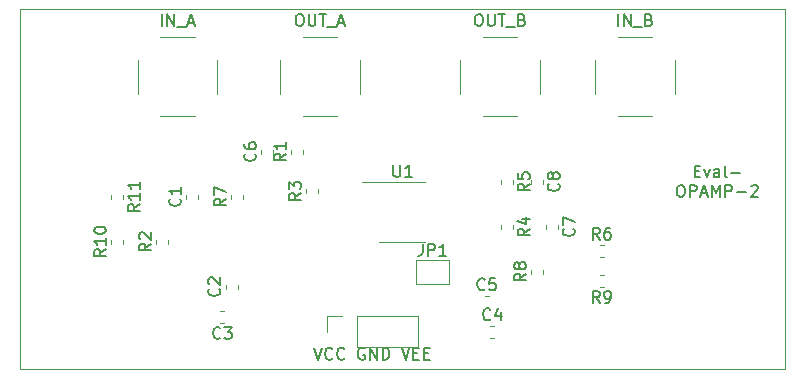
<source format=gbr>
G04 #@! TF.GenerationSoftware,KiCad,Pcbnew,(5.1.2)-2*
G04 #@! TF.CreationDate,2019-07-06T17:28:44+08:00*
G04 #@! TF.ProjectId,ADA4522,41444134-3532-4322-9e6b-696361645f70,rev?*
G04 #@! TF.SameCoordinates,Original*
G04 #@! TF.FileFunction,Legend,Top*
G04 #@! TF.FilePolarity,Positive*
%FSLAX46Y46*%
G04 Gerber Fmt 4.6, Leading zero omitted, Abs format (unit mm)*
G04 Created by KiCad (PCBNEW (5.1.2)-2) date 2019-07-06 17:28:44*
%MOMM*%
%LPD*%
G04 APERTURE LIST*
%ADD10C,0.150000*%
%ADD11C,0.120000*%
G04 APERTURE END LIST*
D10*
X172061428Y-80383571D02*
X172394761Y-80383571D01*
X172537619Y-80907380D02*
X172061428Y-80907380D01*
X172061428Y-79907380D01*
X172537619Y-79907380D01*
X172870952Y-80240714D02*
X173109047Y-80907380D01*
X173347142Y-80240714D01*
X174156666Y-80907380D02*
X174156666Y-80383571D01*
X174109047Y-80288333D01*
X174013809Y-80240714D01*
X173823333Y-80240714D01*
X173728095Y-80288333D01*
X174156666Y-80859761D02*
X174061428Y-80907380D01*
X173823333Y-80907380D01*
X173728095Y-80859761D01*
X173680476Y-80764523D01*
X173680476Y-80669285D01*
X173728095Y-80574047D01*
X173823333Y-80526428D01*
X174061428Y-80526428D01*
X174156666Y-80478809D01*
X174775714Y-80907380D02*
X174680476Y-80859761D01*
X174632857Y-80764523D01*
X174632857Y-79907380D01*
X175156666Y-80526428D02*
X175918571Y-80526428D01*
X170799523Y-81557380D02*
X170990000Y-81557380D01*
X171085238Y-81605000D01*
X171180476Y-81700238D01*
X171228095Y-81890714D01*
X171228095Y-82224047D01*
X171180476Y-82414523D01*
X171085238Y-82509761D01*
X170990000Y-82557380D01*
X170799523Y-82557380D01*
X170704285Y-82509761D01*
X170609047Y-82414523D01*
X170561428Y-82224047D01*
X170561428Y-81890714D01*
X170609047Y-81700238D01*
X170704285Y-81605000D01*
X170799523Y-81557380D01*
X171656666Y-82557380D02*
X171656666Y-81557380D01*
X172037619Y-81557380D01*
X172132857Y-81605000D01*
X172180476Y-81652619D01*
X172228095Y-81747857D01*
X172228095Y-81890714D01*
X172180476Y-81985952D01*
X172132857Y-82033571D01*
X172037619Y-82081190D01*
X171656666Y-82081190D01*
X172609047Y-82271666D02*
X173085238Y-82271666D01*
X172513809Y-82557380D02*
X172847142Y-81557380D01*
X173180476Y-82557380D01*
X173513809Y-82557380D02*
X173513809Y-81557380D01*
X173847142Y-82271666D01*
X174180476Y-81557380D01*
X174180476Y-82557380D01*
X174656666Y-82557380D02*
X174656666Y-81557380D01*
X175037619Y-81557380D01*
X175132857Y-81605000D01*
X175180476Y-81652619D01*
X175228095Y-81747857D01*
X175228095Y-81890714D01*
X175180476Y-81985952D01*
X175132857Y-82033571D01*
X175037619Y-82081190D01*
X174656666Y-82081190D01*
X175656666Y-82176428D02*
X176418571Y-82176428D01*
X176847142Y-81652619D02*
X176894761Y-81605000D01*
X176990000Y-81557380D01*
X177228095Y-81557380D01*
X177323333Y-81605000D01*
X177370952Y-81652619D01*
X177418571Y-81747857D01*
X177418571Y-81843095D01*
X177370952Y-81985952D01*
X176799523Y-82557380D01*
X177418571Y-82557380D01*
D11*
X114935000Y-66675000D02*
X114935000Y-67310000D01*
X115570000Y-66675000D02*
X114935000Y-66675000D01*
X179705000Y-66675000D02*
X179705000Y-67310000D01*
X179070000Y-66675000D02*
X179705000Y-66675000D01*
X179705000Y-97155000D02*
X179705000Y-96520000D01*
X179070000Y-97155000D02*
X179705000Y-97155000D01*
X114935000Y-97155000D02*
X114935000Y-96520000D01*
X115570000Y-97155000D02*
X114935000Y-97155000D01*
X179070000Y-66675000D02*
X115570000Y-66675000D01*
X179705000Y-96520000D02*
X179705000Y-67310000D01*
X115570000Y-97155000D02*
X179070000Y-97155000D01*
X114935000Y-67310000D02*
X114935000Y-96520000D01*
X165555000Y-69035000D02*
X168455000Y-69035000D01*
X165555000Y-75745000D02*
X168455000Y-75745000D01*
X170360000Y-70940000D02*
X170360000Y-73840000D01*
X163650000Y-70940000D02*
X163650000Y-73840000D01*
X148460000Y-87900000D02*
X151260000Y-87900000D01*
X151260000Y-87900000D02*
X151260000Y-89900000D01*
X151260000Y-89900000D02*
X148460000Y-89900000D01*
X148460000Y-89900000D02*
X148460000Y-87900000D01*
X130050000Y-82712779D02*
X130050000Y-82387221D01*
X129030000Y-82712779D02*
X129030000Y-82387221D01*
X133377500Y-90332779D02*
X133377500Y-90007221D01*
X132357500Y-90332779D02*
X132357500Y-90007221D01*
X132242779Y-93220000D02*
X131917221Y-93220000D01*
X132242779Y-92200000D02*
X131917221Y-92200000D01*
X154777221Y-94490000D02*
X155102779Y-94490000D01*
X154777221Y-93470000D02*
X155102779Y-93470000D01*
X154294721Y-90930000D02*
X154620279Y-90930000D01*
X154294721Y-91950000D02*
X154620279Y-91950000D01*
X135380000Y-78902779D02*
X135380000Y-78577221D01*
X136400000Y-78902779D02*
X136400000Y-78577221D01*
X159510000Y-84927221D02*
X159510000Y-85252779D01*
X160530000Y-84927221D02*
X160530000Y-85252779D01*
X159260000Y-81117221D02*
X159260000Y-81442779D01*
X158240000Y-81117221D02*
X158240000Y-81442779D01*
X126820000Y-69035000D02*
X129720000Y-69035000D01*
X126820000Y-75745000D02*
X129720000Y-75745000D01*
X131625000Y-70940000D02*
X131625000Y-73840000D01*
X124915000Y-70940000D02*
X124915000Y-73840000D01*
X136980000Y-70940000D02*
X136980000Y-73840000D01*
X143690000Y-70940000D02*
X143690000Y-73840000D01*
X138885000Y-75745000D02*
X141785000Y-75745000D01*
X138885000Y-69035000D02*
X141785000Y-69035000D01*
X143510000Y-95310000D02*
X143510000Y-92650000D01*
X143510000Y-95310000D02*
X148650000Y-95310000D01*
X148650000Y-95310000D02*
X148650000Y-92650000D01*
X143510000Y-92650000D02*
X148650000Y-92650000D01*
X140910000Y-92650000D02*
X142240000Y-92650000D01*
X140910000Y-93980000D02*
X140910000Y-92650000D01*
X152220000Y-70940000D02*
X152220000Y-73840000D01*
X158930000Y-70940000D02*
X158930000Y-73840000D01*
X154125000Y-75745000D02*
X157025000Y-75745000D01*
X154125000Y-69035000D02*
X157025000Y-69035000D01*
X138940000Y-78902779D02*
X138940000Y-78577221D01*
X137920000Y-78902779D02*
X137920000Y-78577221D01*
X126490000Y-86522779D02*
X126490000Y-86197221D01*
X127510000Y-86522779D02*
X127510000Y-86197221D01*
X140210000Y-82230279D02*
X140210000Y-81904721D01*
X139190000Y-82230279D02*
X139190000Y-81904721D01*
X156720000Y-84927221D02*
X156720000Y-85252779D01*
X155700000Y-84927221D02*
X155700000Y-85252779D01*
X155700000Y-81117221D02*
X155700000Y-81442779D01*
X156720000Y-81117221D02*
X156720000Y-81442779D01*
X164032222Y-87665001D02*
X164357780Y-87665001D01*
X164032222Y-86645001D02*
X164357780Y-86645001D01*
X132840000Y-82712779D02*
X132840000Y-82387221D01*
X133860000Y-82712779D02*
X133860000Y-82387221D01*
X158240000Y-89062779D02*
X158240000Y-88737221D01*
X159260000Y-89062779D02*
X159260000Y-88737221D01*
X164357780Y-89155001D02*
X164032222Y-89155001D01*
X164357780Y-90175001D02*
X164032222Y-90175001D01*
X122680000Y-86522779D02*
X122680000Y-86197221D01*
X123700000Y-86522779D02*
X123700000Y-86197221D01*
X123700000Y-82387221D02*
X123700000Y-82712779D01*
X122680000Y-82387221D02*
X122680000Y-82712779D01*
X147320000Y-86380000D02*
X149270000Y-86380000D01*
X147320000Y-86380000D02*
X145370000Y-86380000D01*
X147320000Y-81260000D02*
X149270000Y-81260000D01*
X147320000Y-81260000D02*
X143870000Y-81260000D01*
D10*
X165600238Y-68092380D02*
X165600238Y-67092380D01*
X166076428Y-68092380D02*
X166076428Y-67092380D01*
X166647857Y-68092380D01*
X166647857Y-67092380D01*
X166885952Y-68187619D02*
X167647857Y-68187619D01*
X168219285Y-67568571D02*
X168362142Y-67616190D01*
X168409761Y-67663809D01*
X168457380Y-67759047D01*
X168457380Y-67901904D01*
X168409761Y-67997142D01*
X168362142Y-68044761D01*
X168266904Y-68092380D01*
X167885952Y-68092380D01*
X167885952Y-67092380D01*
X168219285Y-67092380D01*
X168314523Y-67140000D01*
X168362142Y-67187619D01*
X168409761Y-67282857D01*
X168409761Y-67378095D01*
X168362142Y-67473333D01*
X168314523Y-67520952D01*
X168219285Y-67568571D01*
X167885952Y-67568571D01*
X149026666Y-86552380D02*
X149026666Y-87266666D01*
X148979047Y-87409523D01*
X148883809Y-87504761D01*
X148740952Y-87552380D01*
X148645714Y-87552380D01*
X149502857Y-87552380D02*
X149502857Y-86552380D01*
X149883809Y-86552380D01*
X149979047Y-86600000D01*
X150026666Y-86647619D01*
X150074285Y-86742857D01*
X150074285Y-86885714D01*
X150026666Y-86980952D01*
X149979047Y-87028571D01*
X149883809Y-87076190D01*
X149502857Y-87076190D01*
X151026666Y-87552380D02*
X150455238Y-87552380D01*
X150740952Y-87552380D02*
X150740952Y-86552380D01*
X150645714Y-86695238D01*
X150550476Y-86790476D01*
X150455238Y-86838095D01*
X128467142Y-82716666D02*
X128514761Y-82764285D01*
X128562380Y-82907142D01*
X128562380Y-83002380D01*
X128514761Y-83145238D01*
X128419523Y-83240476D01*
X128324285Y-83288095D01*
X128133809Y-83335714D01*
X127990952Y-83335714D01*
X127800476Y-83288095D01*
X127705238Y-83240476D01*
X127610000Y-83145238D01*
X127562380Y-83002380D01*
X127562380Y-82907142D01*
X127610000Y-82764285D01*
X127657619Y-82716666D01*
X128562380Y-81764285D02*
X128562380Y-82335714D01*
X128562380Y-82050000D02*
X127562380Y-82050000D01*
X127705238Y-82145238D01*
X127800476Y-82240476D01*
X127848095Y-82335714D01*
X131794642Y-90336666D02*
X131842261Y-90384285D01*
X131889880Y-90527142D01*
X131889880Y-90622380D01*
X131842261Y-90765238D01*
X131747023Y-90860476D01*
X131651785Y-90908095D01*
X131461309Y-90955714D01*
X131318452Y-90955714D01*
X131127976Y-90908095D01*
X131032738Y-90860476D01*
X130937500Y-90765238D01*
X130889880Y-90622380D01*
X130889880Y-90527142D01*
X130937500Y-90384285D01*
X130985119Y-90336666D01*
X130985119Y-89955714D02*
X130937500Y-89908095D01*
X130889880Y-89812857D01*
X130889880Y-89574761D01*
X130937500Y-89479523D01*
X130985119Y-89431904D01*
X131080357Y-89384285D01*
X131175595Y-89384285D01*
X131318452Y-89431904D01*
X131889880Y-90003333D01*
X131889880Y-89384285D01*
X131913333Y-94497142D02*
X131865714Y-94544761D01*
X131722857Y-94592380D01*
X131627619Y-94592380D01*
X131484761Y-94544761D01*
X131389523Y-94449523D01*
X131341904Y-94354285D01*
X131294285Y-94163809D01*
X131294285Y-94020952D01*
X131341904Y-93830476D01*
X131389523Y-93735238D01*
X131484761Y-93640000D01*
X131627619Y-93592380D01*
X131722857Y-93592380D01*
X131865714Y-93640000D01*
X131913333Y-93687619D01*
X132246666Y-93592380D02*
X132865714Y-93592380D01*
X132532380Y-93973333D01*
X132675238Y-93973333D01*
X132770476Y-94020952D01*
X132818095Y-94068571D01*
X132865714Y-94163809D01*
X132865714Y-94401904D01*
X132818095Y-94497142D01*
X132770476Y-94544761D01*
X132675238Y-94592380D01*
X132389523Y-94592380D01*
X132294285Y-94544761D01*
X132246666Y-94497142D01*
X154773333Y-92907142D02*
X154725714Y-92954761D01*
X154582857Y-93002380D01*
X154487619Y-93002380D01*
X154344761Y-92954761D01*
X154249523Y-92859523D01*
X154201904Y-92764285D01*
X154154285Y-92573809D01*
X154154285Y-92430952D01*
X154201904Y-92240476D01*
X154249523Y-92145238D01*
X154344761Y-92050000D01*
X154487619Y-92002380D01*
X154582857Y-92002380D01*
X154725714Y-92050000D01*
X154773333Y-92097619D01*
X155630476Y-92335714D02*
X155630476Y-93002380D01*
X155392380Y-91954761D02*
X155154285Y-92669047D01*
X155773333Y-92669047D01*
X154290833Y-90367142D02*
X154243214Y-90414761D01*
X154100357Y-90462380D01*
X154005119Y-90462380D01*
X153862261Y-90414761D01*
X153767023Y-90319523D01*
X153719404Y-90224285D01*
X153671785Y-90033809D01*
X153671785Y-89890952D01*
X153719404Y-89700476D01*
X153767023Y-89605238D01*
X153862261Y-89510000D01*
X154005119Y-89462380D01*
X154100357Y-89462380D01*
X154243214Y-89510000D01*
X154290833Y-89557619D01*
X155195595Y-89462380D02*
X154719404Y-89462380D01*
X154671785Y-89938571D01*
X154719404Y-89890952D01*
X154814642Y-89843333D01*
X155052738Y-89843333D01*
X155147976Y-89890952D01*
X155195595Y-89938571D01*
X155243214Y-90033809D01*
X155243214Y-90271904D01*
X155195595Y-90367142D01*
X155147976Y-90414761D01*
X155052738Y-90462380D01*
X154814642Y-90462380D01*
X154719404Y-90414761D01*
X154671785Y-90367142D01*
X134817142Y-78906666D02*
X134864761Y-78954285D01*
X134912380Y-79097142D01*
X134912380Y-79192380D01*
X134864761Y-79335238D01*
X134769523Y-79430476D01*
X134674285Y-79478095D01*
X134483809Y-79525714D01*
X134340952Y-79525714D01*
X134150476Y-79478095D01*
X134055238Y-79430476D01*
X133960000Y-79335238D01*
X133912380Y-79192380D01*
X133912380Y-79097142D01*
X133960000Y-78954285D01*
X134007619Y-78906666D01*
X133912380Y-78049523D02*
X133912380Y-78240000D01*
X133960000Y-78335238D01*
X134007619Y-78382857D01*
X134150476Y-78478095D01*
X134340952Y-78525714D01*
X134721904Y-78525714D01*
X134817142Y-78478095D01*
X134864761Y-78430476D01*
X134912380Y-78335238D01*
X134912380Y-78144761D01*
X134864761Y-78049523D01*
X134817142Y-78001904D01*
X134721904Y-77954285D01*
X134483809Y-77954285D01*
X134388571Y-78001904D01*
X134340952Y-78049523D01*
X134293333Y-78144761D01*
X134293333Y-78335238D01*
X134340952Y-78430476D01*
X134388571Y-78478095D01*
X134483809Y-78525714D01*
X161807142Y-85256666D02*
X161854761Y-85304285D01*
X161902380Y-85447142D01*
X161902380Y-85542380D01*
X161854761Y-85685238D01*
X161759523Y-85780476D01*
X161664285Y-85828095D01*
X161473809Y-85875714D01*
X161330952Y-85875714D01*
X161140476Y-85828095D01*
X161045238Y-85780476D01*
X160950000Y-85685238D01*
X160902380Y-85542380D01*
X160902380Y-85447142D01*
X160950000Y-85304285D01*
X160997619Y-85256666D01*
X160902380Y-84923333D02*
X160902380Y-84256666D01*
X161902380Y-84685238D01*
X160537142Y-81446666D02*
X160584761Y-81494285D01*
X160632380Y-81637142D01*
X160632380Y-81732380D01*
X160584761Y-81875238D01*
X160489523Y-81970476D01*
X160394285Y-82018095D01*
X160203809Y-82065714D01*
X160060952Y-82065714D01*
X159870476Y-82018095D01*
X159775238Y-81970476D01*
X159680000Y-81875238D01*
X159632380Y-81732380D01*
X159632380Y-81637142D01*
X159680000Y-81494285D01*
X159727619Y-81446666D01*
X160060952Y-80875238D02*
X160013333Y-80970476D01*
X159965714Y-81018095D01*
X159870476Y-81065714D01*
X159822857Y-81065714D01*
X159727619Y-81018095D01*
X159680000Y-80970476D01*
X159632380Y-80875238D01*
X159632380Y-80684761D01*
X159680000Y-80589523D01*
X159727619Y-80541904D01*
X159822857Y-80494285D01*
X159870476Y-80494285D01*
X159965714Y-80541904D01*
X160013333Y-80589523D01*
X160060952Y-80684761D01*
X160060952Y-80875238D01*
X160108571Y-80970476D01*
X160156190Y-81018095D01*
X160251428Y-81065714D01*
X160441904Y-81065714D01*
X160537142Y-81018095D01*
X160584761Y-80970476D01*
X160632380Y-80875238D01*
X160632380Y-80684761D01*
X160584761Y-80589523D01*
X160537142Y-80541904D01*
X160441904Y-80494285D01*
X160251428Y-80494285D01*
X160156190Y-80541904D01*
X160108571Y-80589523D01*
X160060952Y-80684761D01*
X126936666Y-68092380D02*
X126936666Y-67092380D01*
X127412857Y-68092380D02*
X127412857Y-67092380D01*
X127984285Y-68092380D01*
X127984285Y-67092380D01*
X128222380Y-68187619D02*
X128984285Y-68187619D01*
X129174761Y-67806666D02*
X129650952Y-67806666D01*
X129079523Y-68092380D02*
X129412857Y-67092380D01*
X129746190Y-68092380D01*
X138525476Y-67092380D02*
X138715952Y-67092380D01*
X138811190Y-67140000D01*
X138906428Y-67235238D01*
X138954047Y-67425714D01*
X138954047Y-67759047D01*
X138906428Y-67949523D01*
X138811190Y-68044761D01*
X138715952Y-68092380D01*
X138525476Y-68092380D01*
X138430238Y-68044761D01*
X138335000Y-67949523D01*
X138287380Y-67759047D01*
X138287380Y-67425714D01*
X138335000Y-67235238D01*
X138430238Y-67140000D01*
X138525476Y-67092380D01*
X139382619Y-67092380D02*
X139382619Y-67901904D01*
X139430238Y-67997142D01*
X139477857Y-68044761D01*
X139573095Y-68092380D01*
X139763571Y-68092380D01*
X139858809Y-68044761D01*
X139906428Y-67997142D01*
X139954047Y-67901904D01*
X139954047Y-67092380D01*
X140287380Y-67092380D02*
X140858809Y-67092380D01*
X140573095Y-68092380D02*
X140573095Y-67092380D01*
X140954047Y-68187619D02*
X141715952Y-68187619D01*
X141906428Y-67806666D02*
X142382619Y-67806666D01*
X141811190Y-68092380D02*
X142144523Y-67092380D01*
X142477857Y-68092380D01*
X139827619Y-95337380D02*
X140160952Y-96337380D01*
X140494285Y-95337380D01*
X141399047Y-96242142D02*
X141351428Y-96289761D01*
X141208571Y-96337380D01*
X141113333Y-96337380D01*
X140970476Y-96289761D01*
X140875238Y-96194523D01*
X140827619Y-96099285D01*
X140780000Y-95908809D01*
X140780000Y-95765952D01*
X140827619Y-95575476D01*
X140875238Y-95480238D01*
X140970476Y-95385000D01*
X141113333Y-95337380D01*
X141208571Y-95337380D01*
X141351428Y-95385000D01*
X141399047Y-95432619D01*
X142399047Y-96242142D02*
X142351428Y-96289761D01*
X142208571Y-96337380D01*
X142113333Y-96337380D01*
X141970476Y-96289761D01*
X141875238Y-96194523D01*
X141827619Y-96099285D01*
X141780000Y-95908809D01*
X141780000Y-95765952D01*
X141827619Y-95575476D01*
X141875238Y-95480238D01*
X141970476Y-95385000D01*
X142113333Y-95337380D01*
X142208571Y-95337380D01*
X142351428Y-95385000D01*
X142399047Y-95432619D01*
X144113333Y-95385000D02*
X144018095Y-95337380D01*
X143875238Y-95337380D01*
X143732380Y-95385000D01*
X143637142Y-95480238D01*
X143589523Y-95575476D01*
X143541904Y-95765952D01*
X143541904Y-95908809D01*
X143589523Y-96099285D01*
X143637142Y-96194523D01*
X143732380Y-96289761D01*
X143875238Y-96337380D01*
X143970476Y-96337380D01*
X144113333Y-96289761D01*
X144160952Y-96242142D01*
X144160952Y-95908809D01*
X143970476Y-95908809D01*
X144589523Y-96337380D02*
X144589523Y-95337380D01*
X145160952Y-96337380D01*
X145160952Y-95337380D01*
X145637142Y-96337380D02*
X145637142Y-95337380D01*
X145875238Y-95337380D01*
X146018095Y-95385000D01*
X146113333Y-95480238D01*
X146160952Y-95575476D01*
X146208571Y-95765952D01*
X146208571Y-95908809D01*
X146160952Y-96099285D01*
X146113333Y-96194523D01*
X146018095Y-96289761D01*
X145875238Y-96337380D01*
X145637142Y-96337380D01*
X147256190Y-95337380D02*
X147589523Y-96337380D01*
X147922857Y-95337380D01*
X148256190Y-95813571D02*
X148589523Y-95813571D01*
X148732380Y-96337380D02*
X148256190Y-96337380D01*
X148256190Y-95337380D01*
X148732380Y-95337380D01*
X149160952Y-95813571D02*
X149494285Y-95813571D01*
X149637142Y-96337380D02*
X149160952Y-96337380D01*
X149160952Y-95337380D01*
X149637142Y-95337380D01*
X153694047Y-67092380D02*
X153884523Y-67092380D01*
X153979761Y-67140000D01*
X154075000Y-67235238D01*
X154122619Y-67425714D01*
X154122619Y-67759047D01*
X154075000Y-67949523D01*
X153979761Y-68044761D01*
X153884523Y-68092380D01*
X153694047Y-68092380D01*
X153598809Y-68044761D01*
X153503571Y-67949523D01*
X153455952Y-67759047D01*
X153455952Y-67425714D01*
X153503571Y-67235238D01*
X153598809Y-67140000D01*
X153694047Y-67092380D01*
X154551190Y-67092380D02*
X154551190Y-67901904D01*
X154598809Y-67997142D01*
X154646428Y-68044761D01*
X154741666Y-68092380D01*
X154932142Y-68092380D01*
X155027380Y-68044761D01*
X155075000Y-67997142D01*
X155122619Y-67901904D01*
X155122619Y-67092380D01*
X155455952Y-67092380D02*
X156027380Y-67092380D01*
X155741666Y-68092380D02*
X155741666Y-67092380D01*
X156122619Y-68187619D02*
X156884523Y-68187619D01*
X157455952Y-67568571D02*
X157598809Y-67616190D01*
X157646428Y-67663809D01*
X157694047Y-67759047D01*
X157694047Y-67901904D01*
X157646428Y-67997142D01*
X157598809Y-68044761D01*
X157503571Y-68092380D01*
X157122619Y-68092380D01*
X157122619Y-67092380D01*
X157455952Y-67092380D01*
X157551190Y-67140000D01*
X157598809Y-67187619D01*
X157646428Y-67282857D01*
X157646428Y-67378095D01*
X157598809Y-67473333D01*
X157551190Y-67520952D01*
X157455952Y-67568571D01*
X157122619Y-67568571D01*
X137452380Y-78906666D02*
X136976190Y-79240000D01*
X137452380Y-79478095D02*
X136452380Y-79478095D01*
X136452380Y-79097142D01*
X136500000Y-79001904D01*
X136547619Y-78954285D01*
X136642857Y-78906666D01*
X136785714Y-78906666D01*
X136880952Y-78954285D01*
X136928571Y-79001904D01*
X136976190Y-79097142D01*
X136976190Y-79478095D01*
X137452380Y-77954285D02*
X137452380Y-78525714D01*
X137452380Y-78240000D02*
X136452380Y-78240000D01*
X136595238Y-78335238D01*
X136690476Y-78430476D01*
X136738095Y-78525714D01*
X126022380Y-86526666D02*
X125546190Y-86860000D01*
X126022380Y-87098095D02*
X125022380Y-87098095D01*
X125022380Y-86717142D01*
X125070000Y-86621904D01*
X125117619Y-86574285D01*
X125212857Y-86526666D01*
X125355714Y-86526666D01*
X125450952Y-86574285D01*
X125498571Y-86621904D01*
X125546190Y-86717142D01*
X125546190Y-87098095D01*
X125117619Y-86145714D02*
X125070000Y-86098095D01*
X125022380Y-86002857D01*
X125022380Y-85764761D01*
X125070000Y-85669523D01*
X125117619Y-85621904D01*
X125212857Y-85574285D01*
X125308095Y-85574285D01*
X125450952Y-85621904D01*
X126022380Y-86193333D01*
X126022380Y-85574285D01*
X138722380Y-82234166D02*
X138246190Y-82567500D01*
X138722380Y-82805595D02*
X137722380Y-82805595D01*
X137722380Y-82424642D01*
X137770000Y-82329404D01*
X137817619Y-82281785D01*
X137912857Y-82234166D01*
X138055714Y-82234166D01*
X138150952Y-82281785D01*
X138198571Y-82329404D01*
X138246190Y-82424642D01*
X138246190Y-82805595D01*
X137722380Y-81900833D02*
X137722380Y-81281785D01*
X138103333Y-81615119D01*
X138103333Y-81472261D01*
X138150952Y-81377023D01*
X138198571Y-81329404D01*
X138293809Y-81281785D01*
X138531904Y-81281785D01*
X138627142Y-81329404D01*
X138674761Y-81377023D01*
X138722380Y-81472261D01*
X138722380Y-81757976D01*
X138674761Y-81853214D01*
X138627142Y-81900833D01*
X158092380Y-85256666D02*
X157616190Y-85590000D01*
X158092380Y-85828095D02*
X157092380Y-85828095D01*
X157092380Y-85447142D01*
X157140000Y-85351904D01*
X157187619Y-85304285D01*
X157282857Y-85256666D01*
X157425714Y-85256666D01*
X157520952Y-85304285D01*
X157568571Y-85351904D01*
X157616190Y-85447142D01*
X157616190Y-85828095D01*
X157425714Y-84399523D02*
X158092380Y-84399523D01*
X157044761Y-84637619D02*
X157759047Y-84875714D01*
X157759047Y-84256666D01*
X158092380Y-81446666D02*
X157616190Y-81780000D01*
X158092380Y-82018095D02*
X157092380Y-82018095D01*
X157092380Y-81637142D01*
X157140000Y-81541904D01*
X157187619Y-81494285D01*
X157282857Y-81446666D01*
X157425714Y-81446666D01*
X157520952Y-81494285D01*
X157568571Y-81541904D01*
X157616190Y-81637142D01*
X157616190Y-82018095D01*
X157092380Y-80541904D02*
X157092380Y-81018095D01*
X157568571Y-81065714D01*
X157520952Y-81018095D01*
X157473333Y-80922857D01*
X157473333Y-80684761D01*
X157520952Y-80589523D01*
X157568571Y-80541904D01*
X157663809Y-80494285D01*
X157901904Y-80494285D01*
X157997142Y-80541904D01*
X158044761Y-80589523D01*
X158092380Y-80684761D01*
X158092380Y-80922857D01*
X158044761Y-81018095D01*
X157997142Y-81065714D01*
X164028334Y-86177381D02*
X163695001Y-85701191D01*
X163456905Y-86177381D02*
X163456905Y-85177381D01*
X163837858Y-85177381D01*
X163933096Y-85225001D01*
X163980715Y-85272620D01*
X164028334Y-85367858D01*
X164028334Y-85510715D01*
X163980715Y-85605953D01*
X163933096Y-85653572D01*
X163837858Y-85701191D01*
X163456905Y-85701191D01*
X164885477Y-85177381D02*
X164695001Y-85177381D01*
X164599762Y-85225001D01*
X164552143Y-85272620D01*
X164456905Y-85415477D01*
X164409286Y-85605953D01*
X164409286Y-85986905D01*
X164456905Y-86082143D01*
X164504524Y-86129762D01*
X164599762Y-86177381D01*
X164790239Y-86177381D01*
X164885477Y-86129762D01*
X164933096Y-86082143D01*
X164980715Y-85986905D01*
X164980715Y-85748810D01*
X164933096Y-85653572D01*
X164885477Y-85605953D01*
X164790239Y-85558334D01*
X164599762Y-85558334D01*
X164504524Y-85605953D01*
X164456905Y-85653572D01*
X164409286Y-85748810D01*
X132372380Y-82716666D02*
X131896190Y-83050000D01*
X132372380Y-83288095D02*
X131372380Y-83288095D01*
X131372380Y-82907142D01*
X131420000Y-82811904D01*
X131467619Y-82764285D01*
X131562857Y-82716666D01*
X131705714Y-82716666D01*
X131800952Y-82764285D01*
X131848571Y-82811904D01*
X131896190Y-82907142D01*
X131896190Y-83288095D01*
X131372380Y-82383333D02*
X131372380Y-81716666D01*
X132372380Y-82145238D01*
X157772380Y-89066666D02*
X157296190Y-89400000D01*
X157772380Y-89638095D02*
X156772380Y-89638095D01*
X156772380Y-89257142D01*
X156820000Y-89161904D01*
X156867619Y-89114285D01*
X156962857Y-89066666D01*
X157105714Y-89066666D01*
X157200952Y-89114285D01*
X157248571Y-89161904D01*
X157296190Y-89257142D01*
X157296190Y-89638095D01*
X157200952Y-88495238D02*
X157153333Y-88590476D01*
X157105714Y-88638095D01*
X157010476Y-88685714D01*
X156962857Y-88685714D01*
X156867619Y-88638095D01*
X156820000Y-88590476D01*
X156772380Y-88495238D01*
X156772380Y-88304761D01*
X156820000Y-88209523D01*
X156867619Y-88161904D01*
X156962857Y-88114285D01*
X157010476Y-88114285D01*
X157105714Y-88161904D01*
X157153333Y-88209523D01*
X157200952Y-88304761D01*
X157200952Y-88495238D01*
X157248571Y-88590476D01*
X157296190Y-88638095D01*
X157391428Y-88685714D01*
X157581904Y-88685714D01*
X157677142Y-88638095D01*
X157724761Y-88590476D01*
X157772380Y-88495238D01*
X157772380Y-88304761D01*
X157724761Y-88209523D01*
X157677142Y-88161904D01*
X157581904Y-88114285D01*
X157391428Y-88114285D01*
X157296190Y-88161904D01*
X157248571Y-88209523D01*
X157200952Y-88304761D01*
X164028334Y-91547381D02*
X163695001Y-91071191D01*
X163456905Y-91547381D02*
X163456905Y-90547381D01*
X163837858Y-90547381D01*
X163933096Y-90595001D01*
X163980715Y-90642620D01*
X164028334Y-90737858D01*
X164028334Y-90880715D01*
X163980715Y-90975953D01*
X163933096Y-91023572D01*
X163837858Y-91071191D01*
X163456905Y-91071191D01*
X164504524Y-91547381D02*
X164695001Y-91547381D01*
X164790239Y-91499762D01*
X164837858Y-91452143D01*
X164933096Y-91309286D01*
X164980715Y-91118810D01*
X164980715Y-90737858D01*
X164933096Y-90642620D01*
X164885477Y-90595001D01*
X164790239Y-90547381D01*
X164599762Y-90547381D01*
X164504524Y-90595001D01*
X164456905Y-90642620D01*
X164409286Y-90737858D01*
X164409286Y-90975953D01*
X164456905Y-91071191D01*
X164504524Y-91118810D01*
X164599762Y-91166429D01*
X164790239Y-91166429D01*
X164885477Y-91118810D01*
X164933096Y-91071191D01*
X164980715Y-90975953D01*
X122212380Y-87002857D02*
X121736190Y-87336190D01*
X122212380Y-87574285D02*
X121212380Y-87574285D01*
X121212380Y-87193333D01*
X121260000Y-87098095D01*
X121307619Y-87050476D01*
X121402857Y-87002857D01*
X121545714Y-87002857D01*
X121640952Y-87050476D01*
X121688571Y-87098095D01*
X121736190Y-87193333D01*
X121736190Y-87574285D01*
X122212380Y-86050476D02*
X122212380Y-86621904D01*
X122212380Y-86336190D02*
X121212380Y-86336190D01*
X121355238Y-86431428D01*
X121450476Y-86526666D01*
X121498095Y-86621904D01*
X121212380Y-85431428D02*
X121212380Y-85336190D01*
X121260000Y-85240952D01*
X121307619Y-85193333D01*
X121402857Y-85145714D01*
X121593333Y-85098095D01*
X121831428Y-85098095D01*
X122021904Y-85145714D01*
X122117142Y-85193333D01*
X122164761Y-85240952D01*
X122212380Y-85336190D01*
X122212380Y-85431428D01*
X122164761Y-85526666D01*
X122117142Y-85574285D01*
X122021904Y-85621904D01*
X121831428Y-85669523D01*
X121593333Y-85669523D01*
X121402857Y-85621904D01*
X121307619Y-85574285D01*
X121260000Y-85526666D01*
X121212380Y-85431428D01*
X125072380Y-83192857D02*
X124596190Y-83526190D01*
X125072380Y-83764285D02*
X124072380Y-83764285D01*
X124072380Y-83383333D01*
X124120000Y-83288095D01*
X124167619Y-83240476D01*
X124262857Y-83192857D01*
X124405714Y-83192857D01*
X124500952Y-83240476D01*
X124548571Y-83288095D01*
X124596190Y-83383333D01*
X124596190Y-83764285D01*
X125072380Y-82240476D02*
X125072380Y-82811904D01*
X125072380Y-82526190D02*
X124072380Y-82526190D01*
X124215238Y-82621428D01*
X124310476Y-82716666D01*
X124358095Y-82811904D01*
X125072380Y-81288095D02*
X125072380Y-81859523D01*
X125072380Y-81573809D02*
X124072380Y-81573809D01*
X124215238Y-81669047D01*
X124310476Y-81764285D01*
X124358095Y-81859523D01*
X146558095Y-79872380D02*
X146558095Y-80681904D01*
X146605714Y-80777142D01*
X146653333Y-80824761D01*
X146748571Y-80872380D01*
X146939047Y-80872380D01*
X147034285Y-80824761D01*
X147081904Y-80777142D01*
X147129523Y-80681904D01*
X147129523Y-79872380D01*
X148129523Y-80872380D02*
X147558095Y-80872380D01*
X147843809Y-80872380D02*
X147843809Y-79872380D01*
X147748571Y-80015238D01*
X147653333Y-80110476D01*
X147558095Y-80158095D01*
M02*

</source>
